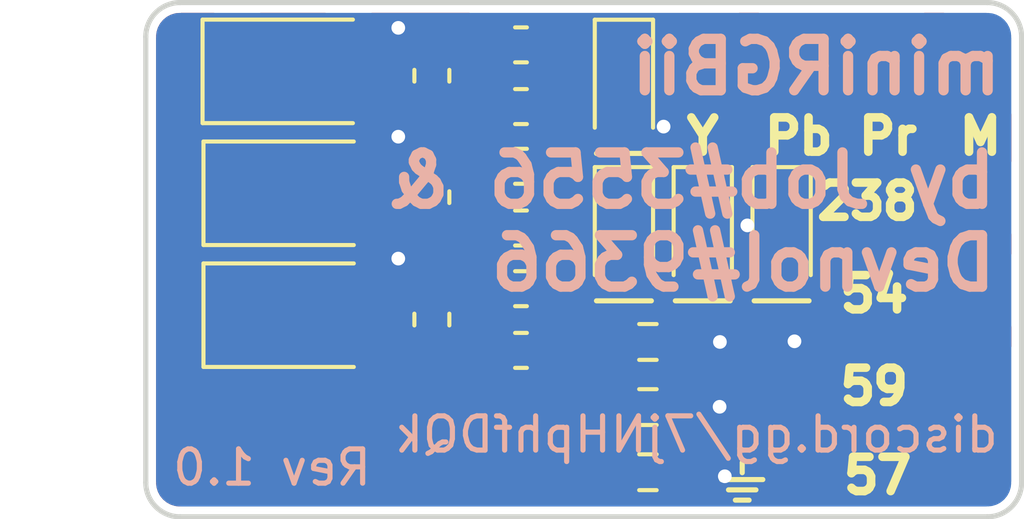
<source format=kicad_pcb>
(kicad_pcb (version 20211014) (generator pcbnew)
  (title_block (title "miniRGBii PCB Layout") (rev "1.0") (company "Wii mini Hacking") (comment 1 "Devnol") (comment 2 "Job") (comment 3 "Created By:"))
  (layers (0 "F.Cu" signal) (31 "B.Cu" signal) (34 "B.Paste" user) (35 "F.Paste" user) (36 "B.SilkS" user "B.Silkscreen") (37 "F.SilkS" user "F.Silkscreen") (38 "B.Mask" user) (39 "F.Mask" user) (44 "Edge.Cuts" user))
  (net 0 "")
  (net 1 "PbOut")
  (net 2 "AVE54")
  (net 3 "AVE57")
  (net 4 "AVE59")
  (net 5 "YOut")
  (net 6 "PrOut")
  (net 7 "Net-(C66-Pad1)")
  (net 8 "Net-(C83-Pad1)")
  (net 9 "Net-(C64-Pad2)")
  (net 10 "GND")
  (net 11 "MODE")
  (footprint "Inductor_SMD:L_0603_1608Metric_Pad1.05x0.95mm_HandSolder" (layer "F.Cu") (at 198.3975 64.146 180)
    (fp_text reference "FIL15" hide)
    (fp_text value "390nH" hide)
    (fp_line (start -0.171267 -0.51) (end 0.171267 -0.51) (layer "F.SilkS") (width 0.12))
    (fp_line (start -0.171267 0.51) (end 0.171267 0.51) (layer "F.SilkS") (width 0.12))
    (pad "1" smd roundrect locked (at -0.875 0 180) (size 1.05 0.95) (layers "F.Cu" "F.Paste" "F.Mask") (net 6 "PrOut"))
    (pad "2" smd roundrect locked (at 0.875 0 180) (size 1.05 0.95) (layers "F.Cu" "F.Paste" "F.Mask") (net 7 "Net-(C66-Pad1)"))
  )
  (footprint "Inductor_SMD:L_0603_1608Metric_Pad1.05x0.95mm_HandSolder" (layer "F.Cu") (at 198.3975 60.576 180)
    (fp_text reference "FIL16" hide)
    (fp_text value "390nH" hide)
    (fp_line (start -0.171267 -0.51) (end 0.171267 -0.51) (layer "F.SilkS") (width 0.12))
    (fp_line (start -0.171267 0.51) (end 0.171267 0.51) (layer "F.SilkS") (width 0.12))
    (pad "1" smd roundrect locked (at -0.875 0 180) (size 1.05 0.95) (layers "F.Cu" "F.Paste" "F.Mask") (net 1 "PbOut"))
    (pad "2" smd roundrect locked (at 0.875 0 180) (size 1.05 0.95) (layers "F.Cu" "F.Paste" "F.Mask") (net 9 "Net-(C64-Pad2)"))
  )
  (footprint "Inductor_SMD:L_0603_1608Metric_Pad1.05x0.95mm_HandSolder" (layer "F.Cu") (at 198.3975 57.034 180)
    (fp_text reference "FIL17" hide)
    (fp_text value "390nH" hide)
    (fp_line (start -0.171267 0.51) (end 0.171267 0.51) (layer "F.SilkS") (width 0.12))
    (fp_line (start -0.171267 -0.51) (end 0.171267 -0.51) (layer "F.SilkS") (width 0.12))
    (pad "1" smd roundrect locked (at -0.875 0 180) (size 1.05 0.95) (layers "F.Cu" "F.Paste" "F.Mask") (net 5 "YOut"))
    (pad "2" smd roundrect locked (at 0.875 0 180) (size 1.05 0.95) (layers "F.Cu" "F.Paste" "F.Mask") (net 8 "Net-(C83-Pad1)"))
  )
  (footprint "Capacitor_SMD:C_0603_1608Metric_Pad1.05x0.95mm_HandSolder" (layer "F.Cu") (at 198.3975 62.346)
    (fp_text reference "C66" hide)
    (fp_text value "50pF" hide)
    (fp_line (start -0.171267 0.51) (end 0.171267 0.51) (layer "F.SilkS") (width 0.12))
    (fp_line (start -0.171267 -0.51) (end 0.171267 -0.51) (layer "F.SilkS") (width 0.12))
    (pad "1" smd roundrect locked (at -0.875 0) (size 1.05 0.95) (layers "F.Cu" "F.Paste" "F.Mask") (net 7 "Net-(C66-Pad1)"))
    (pad "2" smd roundrect locked (at 0.875 0) (size 1.05 0.95) (layers "F.Cu" "F.Paste" "F.Mask") (net 6 "PrOut"))
  )
  (footprint "Capacitor_SMD:C_0603_1608Metric_Pad1.05x0.95mm_HandSolder" (layer "F.Cu") (at 195.7975 63.246 -90)
    (fp_text reference "C72" hide)
    (fp_text value "100pF" hide)
    (fp_line (start -0.171267 -0.51) (end 0.171267 -0.51) (layer "F.SilkS") (width 0.12))
    (fp_line (start -0.171267 0.51) (end 0.171267 0.51) (layer "F.SilkS") (width 0.12))
    (pad "1" smd roundrect locked (at -0.875 0 270) (size 1.05 0.95) (layers "F.Cu" "F.Paste" "F.Mask") (net 10 "GND"))
    (pad "2" smd roundrect locked (at 0.875 0 270) (size 1.05 0.95) (layers "F.Cu" "F.Paste" "F.Mask") (net 7 "Net-(C66-Pad1)"))
  )
  (footprint "Capacitor_SMD:C_0603_1608Metric_Pad1.05x0.95mm_HandSolder" (layer "F.Cu") (at 198.3975 58.776)
    (fp_text reference "C74" hide)
    (fp_text value "50pF" hide)
    (fp_line (start -0.171267 0.51) (end 0.171267 0.51) (layer "F.SilkS") (width 0.12))
    (fp_line (start -0.171267 -0.51) (end 0.171267 -0.51) (layer "F.SilkS") (width 0.12))
    (pad "1" smd roundrect locked (at -0.875 0) (size 1.05 0.95) (layers "F.Cu" "F.Paste" "F.Mask") (net 9 "Net-(C64-Pad2)"))
    (pad "2" smd roundrect locked (at 0.875 0) (size 1.05 0.95) (layers "F.Cu" "F.Paste" "F.Mask") (net 1 "PbOut"))
  )
  (footprint "Capacitor_SMD:C_0603_1608Metric_Pad1.05x0.95mm_HandSolder" (layer "F.Cu") (at 195.7975 59.676 -90)
    (fp_text reference "C78" hide)
    (fp_text value "100pF" hide)
    (fp_line (start -0.171267 0.51) (end 0.171267 0.51) (layer "F.SilkS") (width 0.12))
    (fp_line (start -0.171267 -0.51) (end 0.171267 -0.51) (layer "F.SilkS") (width 0.12))
    (pad "1" smd roundrect locked (at -0.875 0 270) (size 1.05 0.95) (layers "F.Cu" "F.Paste" "F.Mask") (net 10 "GND"))
    (pad "2" smd roundrect locked (at 0.875 0 270) (size 1.05 0.95) (layers "F.Cu" "F.Paste" "F.Mask") (net 9 "Net-(C64-Pad2)"))
  )
  (footprint "Capacitor_SMD:C_0603_1608Metric_Pad1.05x0.95mm_HandSolder" (layer "F.Cu") (at 198.3975 55.234)
    (fp_text reference "C83" hide)
    (fp_text value "50pF" hide)
    (fp_line (start -0.171267 0.51) (end 0.171267 0.51) (layer "F.SilkS") (width 0.12))
    (fp_line (start -0.171267 -0.51) (end 0.171267 -0.51) (layer "F.SilkS") (width 0.12))
    (pad "1" smd roundrect locked (at -0.875 0) (size 1.05 0.95) (layers "F.Cu" "F.Paste" "F.Mask") (net 8 "Net-(C83-Pad1)"))
    (pad "2" smd roundrect locked (at 0.875 0) (size 1.05 0.95) (layers "F.Cu" "F.Paste" "F.Mask") (net 5 "YOut"))
  )
  (footprint "Capacitor_SMD:C_0603_1608Metric_Pad1.05x0.95mm_HandSolder" (layer "F.Cu") (at 195.7975 56.134 -90)
    (fp_text reference "C85" hide)
    (fp_text value "100pF" hide)
    (fp_line (start -0.171267 -0.51) (end 0.171267 -0.51) (layer "F.SilkS") (width 0.12))
    (fp_line (start -0.171267 0.51) (end 0.171267 0.51) (layer "F.SilkS") (width 0.12))
    (pad "1" smd roundrect locked (at -0.875 0 270) (size 1.05 0.95) (layers "F.Cu" "F.Paste" "F.Mask") (net 10 "GND"))
    (pad "2" smd roundrect locked (at 0.875 0 270) (size 1.05 0.95) (layers "F.Cu" "F.Paste" "F.Mask") (net 8 "Net-(C83-Pad1)"))
  )
  (footprint "Diode_SMD:D_SOD-323_HandSoldering" (layer "F.Cu") (at 203.7 60.7 -90)
    (fp_text reference "D3" hide)
    (fp_text value "PESD5V0U1BA" hide)
    (fp_line (start -1.9 -0.85) (end 1.25 -0.85) (layer "F.SilkS") (width 0.12))
    (fp_line (start -1.9 0.85) (end 1.25 0.85) (layer "F.SilkS") (width 0.12))
    (fp_line (start -1.9 -0.85) (end -1.9 0.85) (layer "F.SilkS") (width 0.12))
    (pad "1" smd rect locked (at -1.25 0 270) (size 1 1) (layers "F.Cu" "F.Paste" "F.Mask") (net 6 "PrOut"))
    (pad "2" smd rect locked (at 1.25 0 270) (size 1 1) (layers "F.Cu" "F.Paste" "F.Mask") (net 10 "GND"))
  )
  (footprint "Diode_SMD:D_SOD-323_HandSoldering" (layer "F.Cu") (at 201.4 60.7 -90)
    (fp_text reference "D2" hide)
    (fp_text value "PESD5V0U1BA" hide)
    (fp_line (start -1.9 -0.85) (end 1.25 -0.85) (layer "F.SilkS") (width 0.12))
    (fp_line (start -1.9 0.85) (end 1.25 0.85) (layer "F.SilkS") (width 0.12))
    (fp_line (start -1.9 -0.85) (end -1.9 0.85) (layer "F.SilkS") (width 0.12))
    (pad "1" smd rect locked (at -1.25 0 270) (size 1 1) (layers "F.Cu" "F.Paste" "F.Mask") (net 1 "PbOut"))
    (pad "2" smd rect locked (at 1.25 0 270) (size 1 1) (layers "F.Cu" "F.Paste" "F.Mask") (net 10 "GND"))
  )
  (footprint "Diode_SMD:D_SOD-323_HandSoldering" (layer "F.Cu") (at 201.4 56.4 -90)
    (fp_text reference "D1" hide)
    (fp_text value "PESD5V0U1BA" hide)
    (fp_line (start -1.9 -0.85) (end -1.9 0.85) (layer "F.SilkS") (width 0.12))
    (fp_line (start -1.9 0.85) (end 1.25 0.85) (layer "F.SilkS") (width 0.12))
    (fp_line (start -1.9 -0.85) (end 1.25 -0.85) (layer "F.SilkS") (width 0.12))
    (pad "1" smd rect locked (at -1.25 0 270) (size 1 1) (layers "F.Cu" "F.Paste" "F.Mask") (net 5 "YOut"))
    (pad "2" smd rect locked (at 1.25 0 270) (size 1 1) (layers "F.Cu" "F.Paste" "F.Mask") (net 10 "GND"))
  )
  (footprint "Capacitor_Tantalum_SMD:CP_EIA-3528-12_Kemet-T_Pad1.50x2.35mm_HandSolder" (layer "F.Cu") (at 191.744 56.007)
    (fp_text reference "C84" hide)
    (fp_text value "220μF" hide)
    (fp_line (start -2.635 -1.51) (end -2.635 1.51) (layer "F.SilkS") (width 0.12))
    (fp_line (start 1.75 -1.51) (end -2.635 -1.51) (layer "F.SilkS") (width 0.12))
    (fp_line (start -2.635 1.51) (end 1.75 1.51) (layer "F.SilkS") (width 0.12))
    (pad "1" smd roundrect locked (at -1.625 0) (size 1.5 2.35) (layers "F.Cu" "F.Paste" "F.Mask") (roundrect_rratio 0.166667) (net 2 "AVE54"))
    (pad "2" smd roundrect locked (at 1.625 0) (size 1.5 2.35) (layers "F.Cu" "F.Paste" "F.Mask") (roundrect_rratio 0.166667) (net 8 "Net-(C83-Pad1)"))
  )
  (footprint "Capacitor_Tantalum_SMD:CP_EIA-3528-12_Kemet-T_Pad1.50x2.35mm_HandSolder" (layer "F.Cu") (at 191.77 63.119)
    (fp_text reference "C69" hide)
    (fp_text value "220μF" hide)
    (fp_line (start 1.75 -1.51) (end -2.635 -1.51) (layer "F.SilkS") (width 0.12))
    (fp_line (start -2.635 1.51) (end 1.75 1.51) (layer "F.SilkS") (width 0.12))
    (fp_line (start -2.635 -1.51) (end -2.635 1.51) (layer "F.SilkS") (width 0.12))
    (pad "1" smd roundrect locked (at -1.625 0) (size 1.5 2.35) (layers "F.Cu" "F.Paste" "F.Mask") (roundrect_rratio 0.166667) (net 4 "AVE59"))
    (pad "2" smd roundrect locked (at 1.625 0) (size 1.5 2.35) (layers "F.Cu" "F.Paste" "F.Mask") (roundrect_rratio 0.166667) (net 7 "Net-(C66-Pad1)"))
  )
  (footprint "Capacitor_Tantalum_SMD:CP_EIA-3528-12_Kemet-T_Pad1.50x2.35mm_HandSolder" (layer "F.Cu") (at 191.77 59.563)
    (fp_text reference "C64" hide)
    (fp_text value "220μF" hide)
    (fp_line (start -2.635 1.51) (end 1.75 1.51) (layer "F.SilkS") (width 0.12))
    (fp_line (start -2.635 -1.51) (end -2.635 1.51) (layer "F.SilkS") (width 0.12))
    (fp_line (start 1.75 -1.51) (end -2.635 -1.51) (layer "F.SilkS") (width 0.12))
    (pad "1" smd roundrect locked (at -1.625 0) (size 1.5 2.35) (layers "F.Cu" "F.Paste" "F.Mask") (roundrect_rratio 0.166667) (net 3 "AVE57"))
    (pad "2" smd roundrect locked (at 1.625 0) (size 1.5 2.35) (layers "F.Cu" "F.Paste" "F.Mask") (roundrect_rratio 0.166667) (net 9 "Net-(C64-Pad2)"))
  )
  (footprint "Diode_SMD:D_SOD-323_HandSoldering" (layer "F.Cu") (at 206 60.7 -90)
    (fp_text reference "D4" hide)
    (fp_text value "PESD5V0U1BA" hide)
    (fp_line (start -1.9 0.85) (end 1.25 0.85) (layer "F.SilkS") (width 0.12))
    (fp_line (start -1.9 -0.85) (end -1.9 0.85) (layer "F.SilkS") (width 0.12))
    (fp_line (start -1.9 -0.85) (end 1.25 -0.85) (layer "F.SilkS") (width 0.12))
    (pad "1" smd rect locked (at -1.25 0 270) (size 1 1) (layers "F.Cu" "F.Paste" "F.Mask") (net 11 "MODE"))
    (pad "2" smd rect locked (at 1.25 0 270) (size 1 1) (layers "F.Cu" "F.Paste" "F.Mask") (net 10 "GND"))
  )
  (footprint "Pad:pad" (layer "F.Cu") (at 211.8 55.7)
    (fp_text reference "J5" hide)
    (fp_text value "Conn_01x01_Male" hide)
    (pad "1" smd roundrect locked (at 0 0) (size 1.5 2.5) (layers "F.Cu" "F.Paste" "F.Mask") (net 11 "MODE"))
  )
  (footprint "Pad:pad" (layer "F.Cu") (at 211.3 62.4 90)
    (fp_text reference "J8" hide)
    (fp_text value "Conn_01x01_Male" hide)
    (pad "1" smd roundrect locked (at 0 0 90) (size 1.5 2.5) (layers "F.Cu" "F.Paste" "F.Mask") (net 2 "AVE54"))
  )
  (footprint "Pad:pad" (layer "F.Cu") (at 211.3 67.8 90)
    (fp_text reference "J7" hide)
    (fp_text value "Conn_01x01_Male" hide)
    (pad "1" smd roundrect locked (at 0 0 90) (size 1.5 2.5) (layers "F.Cu" "F.Paste" "F.Mask") (net 3 "AVE57"))
  )
  (footprint "Pad:pad" (layer "F.Cu") (at 211.3 65.1 90)
    (fp_text reference "J6" hide)
    (fp_text value "Conn_01x01_Male" hide)
    (pad "1" smd roundrect locked (at 0 0 90) (size 1.5 2.5) (layers "F.Cu" "F.Paste" "F.Mask") (net 4 "AVE59"))
  )
  (footprint "Pad:pad" (layer "F.Cu") (at 211.3 59.7 90)
    (fp_text reference "J4" hide)
    (fp_text value "Conn_01x01_Male" hide)
    (pad "1" smd roundrect locked (at 0 0 90) (size 1.5 2.5) (layers "F.Cu" "F.Paste" "F.Mask") (net 11 "MODE"))
  )
  (footprint "Pad:pad" (layer "F.Cu") (at 209.1 55.7)
    (fp_text reference "J3" hide)
    (fp_text value "Conn_01x01_Male" hide)
    (pad "1" smd roundrect locked (at 0 0) (size 1.5 2.5) (layers "F.Cu" "F.Paste" "F.Mask") (net 6 "PrOut"))
  )
  (footprint "Pad:pad" (layer "F.Cu") (at 206.4 55.7)
    (fp_text reference "J2" hide)
    (fp_text value "Conn_01x01_Male" hide)
    (pad "1" smd roundrect locked (at 0 0) (size 1.5 2.5) (layers "F.Cu" "F.Paste" "F.Mask") (net 1 "PbOut"))
  )
  (footprint "Pad:pad" (layer "F.Cu") (at 203.7 55.7)
    (fp_text reference "J1" hide)
    (fp_text value "Conn_01x01_Male" hide)
    (pad "1" smd roundrect locked (at 0 0) (size 1.5 2.5) (layers "F.Cu" "F.Paste" "F.Mask") (net 5 "YOut"))
  )
  (footprint "Pad:pad" (layer "F.Cu") (at 206.629 67.31)
    (fp_text reference "J9" hide)
    (fp_text value "Conn_01x01_Male" hide)
    (pad "1" smd roundrect locked (at 0 0) (size 1.5 2.5) (layers "F.Cu" "F.Paste" "F.Mask") (net 10 "GND"))
  )
  (footprint "Resistor_SMD:R_0603_1608Metric_Pad0.98x0.95mm_HandSolder" (layer "F.Cu") (at 202.1 65.8 180)
    (fp_text reference "R40" hide)
    (fp_text value "75Ω" hide)
    (fp_line (start -0.254724 0.5225) (end 0.254724 0.5225) (layer "F.SilkS") (width 0.12))
    (fp_line (start -0.254724 -0.5225) (end 0.254724 -0.5225) (layer "F.SilkS") (width 0.12))
    (pad "1" smd roundrect locked (at -0.9125 0 180) (size 0.975 0.95) (layers "F.Cu" "F.Paste" "F.Mask") (net 10 "GND"))
    (pad "2" smd roundrect locked (at 0.9125 0 180) (size 0.975 0.95) (layers "F.Cu" "F.Paste" "F.Mask") (net 4 "AVE59"))
  )
  (footprint "Resistor_SMD:R_0603_1608Metric_Pad0.98x0.95mm_HandSolder" (layer "F.Cu") (at 202.1 63.9)
    (fp_text reference "R37" hide)
    (fp_text value "75Ω" hide)
    (fp_line (start -0.254724 -0.5225) (end 0.254724 -0.5225) (layer "F.SilkS") (width 0.12))
    (fp_line (start -0.254724 0.5225) (end 0.254724 0.5225) (layer "F.SilkS") (width 0.12))
    (pad "1" smd roundrect locked (at -0.9125 0) (size 0.975 0.95) (layers "F.Cu" "F.Paste" "F.Mask") (net 2 "AVE54"))
    (pad "2" smd roundrect locked (at 0.9125 0) (size 0.975 0.95) (layers "F.Cu" "F.Paste" "F.Mask") (net 10 "GND"))
  )
  (footprint "Resistor_SMD:R_0603_1608Metric_Pad0.98x0.95mm_HandSolder" (layer "F.Cu") (at 202.1 67.7 180)
    (fp_text reference "R39" hide)
    (fp_text value "75Ω" hide)
    (fp_line (start -0.254724 0.5225) (end 0.254724 0.5225) (layer "F.SilkS") (width 0.12))
    (fp_line (start -0.254724 -0.5225) (end 0.254724 -0.5225) (layer "F.SilkS") (width 0.12))
    (pad "1" smd roundrect locked (at -0.9125 0 180) (size 0.975 0.95) (layers "F.Cu" "F.Paste" "F.Mask") (net 10 "GND"))
    (pad "2" smd roundrect locked (at 0.9125 0 180) (size 0.975 0.95) (layers "F.Cu" "F.Paste" "F.Mask") (net 3 "AVE57"))
  )
  (gr_line (start 204.451 68.214) (end 205.251 68.214) (layer "F.SilkS") (width 0.15))
  (gr_line (start 204.651 68.514) (end 205.051 68.514) (layer "F.SilkS") (width 0.15))
  (gr_line (start 204.851 67.414) (end 204.851 67.714) (layer "F.SilkS") (width 0.15))
  (gr_line (start 204.251 67.914) (end 205.451 67.914) (layer "F.SilkS") (width 0.15))
  (gr_line (start 202.9 62.7) (end 204.5 62.7) (layer "F.SilkS") (width 0.15))
  (gr_line (start 205.2 62.7) (end 206.8 62.7) (layer "F.SilkS") (width 0.15))
  (gr_line (start 200.6 58.4) (end 202.2 58.4) (layer "F.SilkS") (width 0.15))
  (gr_line (start 200.6 62.7) (end 202.2 62.7) (layer "F.SilkS") (width 0.15))
  (gr_line (start 188.452 54) (end 212 54) (layer "Edge.Cuts") (width 0.15))
  (gr_line (start 213 55) (end 213 68) (layer "Edge.Cuts") (width 0.15))
  (gr_line (start 212 69) (end 188.452 69) (layer "Edge.Cuts") (width 0.15))
  (gr_line (start 187.452 68) (end 187.452 55) (layer "Edge.Cuts") (width 0.15))
  (gr_arc (start 212 54) (mid 212.707107 54.292893) (end 213 55) (layer "Edge.Cuts") (width 0.15))
  (gr_arc (start 187.452 55) (mid 187.744893 54.292893) (end 188.452 54) (layer "Edge.Cuts") (width 0.15))
  (gr_arc (start 188.452 69) (mid 187.744893 68.707107) (end 187.452 68) (layer "Edge.Cuts") (width 0.15))
  (gr_arc (start 213 68) (mid 212.707107 68.707107) (end 212 69) (layer "Edge.Cuts") (width 0.15))
  (gr_text "miniRGBii" (at 207.01 55.88) (layer "B.SilkS") (effects (font (size 1.5 1.5) (thickness 0.3)) (justify mirror)))
  (gr_text "by Job#3556 &\nDevnol#9366" (at 212.4 60.4) (layer "B.SilkS") (effects (font (size 1.5 1.5) (thickness 0.3)) (justify left mirror)))
  (gr_text "discord.gg/7jNHphfDQk" (at 212.4 66.6) (layer "B.SilkS") (effects (font (size 1 1)) (justify left mirror)))
  (gr_text "Rev ${REVISION}" (at 191.135 67.564) (layer "B.SilkS") (effects (font (size 1 1)) (justify mirror)))
  (gr_text "M" (at 211.8 57.9) (layer "F.SilkS") (effects (font (size 1 1) (thickness 0.25))))
  (gr_text "54" (at 208.7 62.5) (layer "F.SilkS") (effects (font (size 1 1) (thickness 0.25))))
  (gr_text "238" (at 208.5 59.8) (layer "F.SilkS") (effects (font (size 1 1) (thickness 0.25))))
  (gr_text "Pb" (at 206.5 57.9) (layer "F.SilkS") (effects (font (size 1 1) (thickness 0.25))))
  (gr_text "59" (at 208.7 65.2) (layer "F.SilkS") (effects (font (size 1 1) (thickness 0.25))))
  (gr_text "57" (at 208.8 67.8) (layer "F.SilkS") (effects (font (size 1 1) (thickness 0.25))))
  (gr_text "Y" (at 203.7 57.9) (layer "F.SilkS") (effects (font (size 1 1) (thickness 0.25))))
  (gr_text "Pr" (at 209.1 57.9) (layer "F.SilkS") (effects (font (size 1 1) (thickness 0.25))))
  (segment (start 201.916 59.45) (end 201.4 59.45) (width 0.3) (layer "F.Cu") (net 1))
  (segment (start 199.2725 58.776) (end 200.127 58.776) (width 0.3) (layer "F.Cu") (net 1))
  (segment (start 203.073 58.293) (end 201.916 59.45) (width 0.3) (layer "F.Cu") (net 1))
  (segment (start 200.127 58.776) (end 200.801 59.45) (width 0.3) (layer "F.Cu") (net 1))
  (segment (start 204.307 58.293) (end 203.073 58.293) (width 0.3) (layer "F.Cu") (net 1))
  (segment (start 206.4 55.7) (end 206.4 56.2) (width 0.3) (layer "F.Cu") (net 1))
  (segment (start 200.801 59.45) (end 201.4 59.45) (width 0.3) (layer "F.Cu") (net 1))
  (segment (start 206.4 56.2) (end 204.307 58.293) (width 0.3) (layer "F.Cu") (net 1))
  (segment (start 199.2725 58.776) (end 199.2725 60.576) (width 0.3) (layer "F.Cu") (net 1))
  (segment (start 207.5 62.4) (end 211.3 62.4) (width 0.3) (layer "F.Cu") (net 2))
  (segment (start 201.225 63.9) (end 202.224999 62.900001) (width 0.3) (layer "F.Cu") (net 2))
  (segment (start 191.77 56.515) (end 191.77 64.643) (width 0.3) (layer "F.Cu") (net 2))
  (segment (start 193.04 65.913) (end 199.1745 65.913) (width 0.3) (layer "F.Cu") (net 2))
  (segment (start 206.999999 62.900001) (end 207.5 62.4) (width 0.3) (layer "F.Cu") (net 2))
  (segment (start 199.1745 65.913) (end 201.1875 63.9) (width 0.3) (layer "F.Cu") (net 2))
  (segment (start 191.77 64.643) (end 193.04 65.913) (width 0.3) (layer "F.Cu") (net 2))
  (segment (start 191.262 56.007) (end 191.77 56.515) (width 0.3) (layer "F.Cu") (net 2))
  (segment (start 190.3365 56.007) (end 191.262 56.007) (width 0.3) (layer "F.Cu") (net 2))
  (segment (start 202.224999 62.900001) (end 206.999999 62.900001) (width 0.3) (layer "F.Cu") (net 2))
  (segment (start 210.8 67.8) (end 208.532 65.532) (width 0.3) (layer "F.Cu") (net 3))
  (segment (start 200.288 67.7) (end 201.1875 67.7) (width 0.3) (layer "F.Cu") (net 3))
  (segment (start 204.458992 66.72501) (end 202.19999 66.72501) (width 0.3) (layer "F.Cu") (net 3))
  (segment (start 202.19999 66.72501) (end 201.225 67.7) (width 0.3) (layer "F.Cu") (net 3))
  (segment (start 188.722 64.77) (end 189.956511 66.004511) (width 0.3) (layer "F.Cu") (net 3))
  (segment (start 205.652002 65.532) (end 204.458992 66.72501) (width 0.3) (layer "F.Cu") (net 3))
  (segment (start 208.532 65.532) (end 205.652002 65.532) (width 0.3) (layer "F.Cu") (net 3))
  (segment (start 190.3625 59.563) (end 189.23 59.563) (width 0.3) (layer "F.Cu") (net 3))
  (segment (start 191.353511 66.004511) (end 192.496511 67.147511) (width 0.3) (layer "F.Cu") (net 3))
  (segment (start 199.735511 67.147511) (end 200.288 67.7) (width 0.3) (layer "F.Cu") (net 3))
  (segment (start 192.496511 67.147511) (end 199.735511 67.147511) (width 0.3) (layer "F.Cu") (net 3))
  (segment (start 188.722 60.071) (end 188.722 64.77) (width 0.3) (layer "F.Cu") (net 3))
  (segment (start 211.3 67.8) (end 210.8 67.8) (width 0.3) (layer "F.Cu") (net 3))
  (segment (start 189.956511 66.004511) (end 191.353511 66.004511) (width 0.3) (layer "F.Cu") (net 3))
  (segment (start 189.23 59.563) (end 188.722 60.071) (width 0.3) (layer "F.Cu") (net 3))
  (segment (start 211.3 65.1) (end 211.07499 64.87499) (width 0.3) (layer "F.Cu") (net 4))
  (segment (start 202.15001 64.87499) (end 201.724072 65.300928) (width 0.3) (layer "F.Cu") (net 4))
  (segment (start 190.145 64.669) (end 190.81903 65.34303) (width 0.3) (layer "F.Cu") (net 4))
  (segment (start 199.644 66.548) (end 200.392 65.8) (width 0.3) (layer "F.Cu") (net 4))
  (segment (start 201.724072 65.300928) (end 201.225 65.8) (width 0.3) (layer "F.Cu") (net 4))
  (segment (start 190.145 63.3365) (end 190.145 64.669) (width 0.3) (layer "F.Cu") (net 4))
  (segment (start 190.81903 65.34303) (end 191.58103 65.34303) (width 0.3) (layer "F.Cu") (net 4))
  (segment (start 192.786 66.548) (end 199.644 66.548) (width 0.3) (layer "F.Cu") (net 4))
  (segment (start 191.58103 65.34303) (end 192.786 66.548) (width 0.3) (layer "F.Cu") (net 4))
  (segment (start 200.392 65.8) (end 201.1875 65.8) (width 0.3) (layer "F.Cu") (net 4))
  (segment (start 211.07499 64.87499) (end 202.15001 64.87499) (width 0.3) (layer "F.Cu") (net 4))
  (segment (start 203.15 55.15) (end 203.7 55.7) (width 0.3) (layer "F.Cu") (net 5))
  (segment (start 201.316 55.234) (end 201.4 55.15) (width 0.3) (layer "F.Cu") (net 5))
  (segment (start 199.2725 55.234) (end 201.316 55.234) (width 0.3) (layer "F.Cu") (net 5))
  (segment (start 199.2725 55.234) (end 199.2725 57.034) (width 0.3) (layer "F.Cu") (net 5))
  (segment (start 201.4 55.15) (end 203.15 55.15) (width 0.3) (layer "F.Cu") (net 5))
  (segment (start 209.1 55.7) (end 209.1 56.2) (width 0.3) (layer "F.Cu") (net 6))
  (segment (start 205.925 57.6) (end 204.075 59.45) (width 0.3) (layer "F.Cu") (net 6))
  (segment (start 209.1 56.2) (end 207.7 57.6) (width 0.3) (layer "F.Cu") (net 6))
  (segment (start 199.2725 62.346) (end 199.2725 62.0935) (width 0.3) (layer "F.Cu") (net 6))
  (segment (start 204.075 59.45) (end 203.7 59.45) (width 0.3) (layer "F.Cu") (net 6))
  (segment (start 202.149511 61.000489) (end 203.7 59.45) (width 0.3) (layer "F.Cu") (net 6))
  (segment (start 200.365511 61.000489) (end 202.149511 61.000489) (width 0.3) (layer "F.Cu") (net 6))
  (segment (start 199.2725 62.346) (end 199.2725 64.146) (width 0.3) (layer "F.Cu") (net 6))
  (segment (start 199.2725 62.0935) (end 200.365511 61.000489) (width 0.3) (layer "F.Cu") (net 6))
  (segment (start 207.7 57.6) (end 205.925 57.6) (width 0.3) (layer "F.Cu") (net 6))
  (segment (start 194.6145 64.121) (end 193.6125 63.119) (width 0.3) (layer "F.Cu") (net 7))
  (segment (start 197.4975 64.121) (end 197.5225 64.146) (width 0.3) (layer "F.Cu") (net 7))
  (segment (start 195.7975 64.121) (end 194.6145 64.121) (width 0.3) (layer "F.Cu") (net 7))
  (segment (start 195.7975 64.121) (end 197.4975 64.121) (width 0.3) (layer "F.Cu") (net 7))
  (segment (start 197.5225 64.146) (end 197.5225 62.346) (width 0.3) (layer "F.Cu") (net 7))
  (segment (start 195.7975 57.009) (end 197.4975 57.009) (width 0.3) (layer "F.Cu") (net 8))
  (segment (start 194.371 57.009) (end 193.369 56.007) (width 0.3) (layer "F.Cu") (net 8))
  (segment (start 197.5225 57.034) (end 197.5225 55.234) (width 0.3) (layer "F.Cu") (net 8))
  (segment (start 195.7975 57.009) (end 194.371 57.009) (width 0.3) (layer "F.Cu") (net 8))
  (segment (start 197.4975 57.009) (end 197.5225 57.034) (width 0.3) (layer "F.Cu") (net 8))
  (segment (start 194.6005 60.551) (end 193.6125 59.563) (width 0.3) (layer "F.Cu") (net 9))
  (segment (start 195.7975 60.551) (end 197.4975 60.551) (width 0.4) (layer "F.Cu") (net 9))
  (segment (start 197.5225 60.576) (end 197.5225 58.776) (width 0.3) (layer "F.Cu") (net 9))
  (segment (start 195.7975 60.551) (end 194.6005 60.551) (width 0.3) (layer "F.Cu") (net 9))
  (segment (start 197.4975 60.551) (end 197.5225 60.576) (width 0.4) (layer "F.Cu") (net 9))
  (via (at 202.557175 57.618036) (size 0.8) (drill 0.4) (layers "F.Cu" "B.Cu") (net 10))
  (via (at 204.2 63.9) (size 0.8) (drill 0.4) (layers "F.Cu" "B.Cu") (net 10))
  (via (at 206.375 63.881) (size 0.8) (drill 0.4) (layers "F.Cu" "B.Cu") (net 10))
  (via (at 194.818 57.912) (size 0.8) (drill 0.4) (layers "F.Cu" "B.Cu") (net 10))
  (via (at 194.818 54.737) (size 0.8) (drill 0.4) (layers "F.Cu" "B.Cu") (net 10))
  (via (at 194.818 61.468) (size 0.8) (drill 0.4) (layers "F.Cu" "B.Cu") (net 10))
  (via (at 205 60.5) (size 0.8) (drill 0.4) (layers "F.Cu" "B.Cu") (net 10))
  (via (at 204.190953 65.790953) (size 0.8) (drill 0.4) (layers "F.Cu" "B.Cu") (net 10))
  (via (at 204.343 67.818) (size 0.8) (drill 0.4) (layers "F.Cu" "B.Cu") (net 10))
  (segment (start 209.59999 58.40001) (end 211.8 56.2) (width 0.3) (layer "F.Cu") (net 11))
  (segment (start 211.3 59.7) (end 206.25 59.7) (width 0.3) (layer "F.Cu") (net 11))
  (segment (start 206.99999 58.40001) (end 209.59999 58.40001) (width 0.3) (layer "F.Cu") (net 11))
  (segment (start 206 59.45) (end 206 59.4) (width 0.3) (layer "F.Cu") (net 11))
  (segment (start 206 59.4) (end 206.99999 58.40001) (width 0.3) (layer "F.Cu") (net 11))
  (segment (start 206.25 59.7) (end 206 59.45) (width 0.3) (layer "F.Cu") (net 11))
  (segment (start 211.8 56.2) (end 211.8 55.7) (width 0.3) (layer "F.Cu") (net 11))
  (zone (net 10) (net_name "GND") (layer "F.Cu") (connect_pads thru_hole_only (clearance 0.3)) (min_thickness 0.254) (fill yes (thermal_gap 0.508) (thermal_bridge_width 0.508) (island_removal_mode 2) (island_area_min 2))
    (polygon (pts (xy 212.979 68.961) (xy 187.452 69.088) (xy 187.452 53.975) (xy 212.979 53.975)))
  )
  (zone (net 10) (net_name "GND") (layer "B.Cu") (connect_pads thru_hole_only (clearance 0.3)) (min_thickness 0.3) (fill yes (thermal_gap 0.5) (thermal_bridge_width 0.5))
    (polygon (pts (xy 183.2 54.2) (xy 183.2 68.8) (xy 212.8 68.8) (xy 212.8 54.2)))
  )
)
</source>
